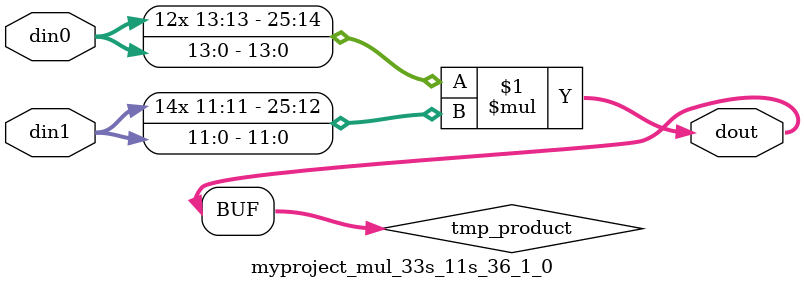
<source format=v>

`timescale 1 ns / 1 ps

  module myproject_mul_33s_11s_36_1_0(din0, din1, dout);
parameter ID = 1;
parameter NUM_STAGE = 0;
parameter din0_WIDTH = 14;
parameter din1_WIDTH = 12;
parameter dout_WIDTH = 26;

input [din0_WIDTH - 1 : 0] din0; 
input [din1_WIDTH - 1 : 0] din1; 
output [dout_WIDTH - 1 : 0] dout;

wire signed [dout_WIDTH - 1 : 0] tmp_product;













assign tmp_product = $signed(din0) * $signed(din1);








assign dout = tmp_product;







endmodule

</source>
